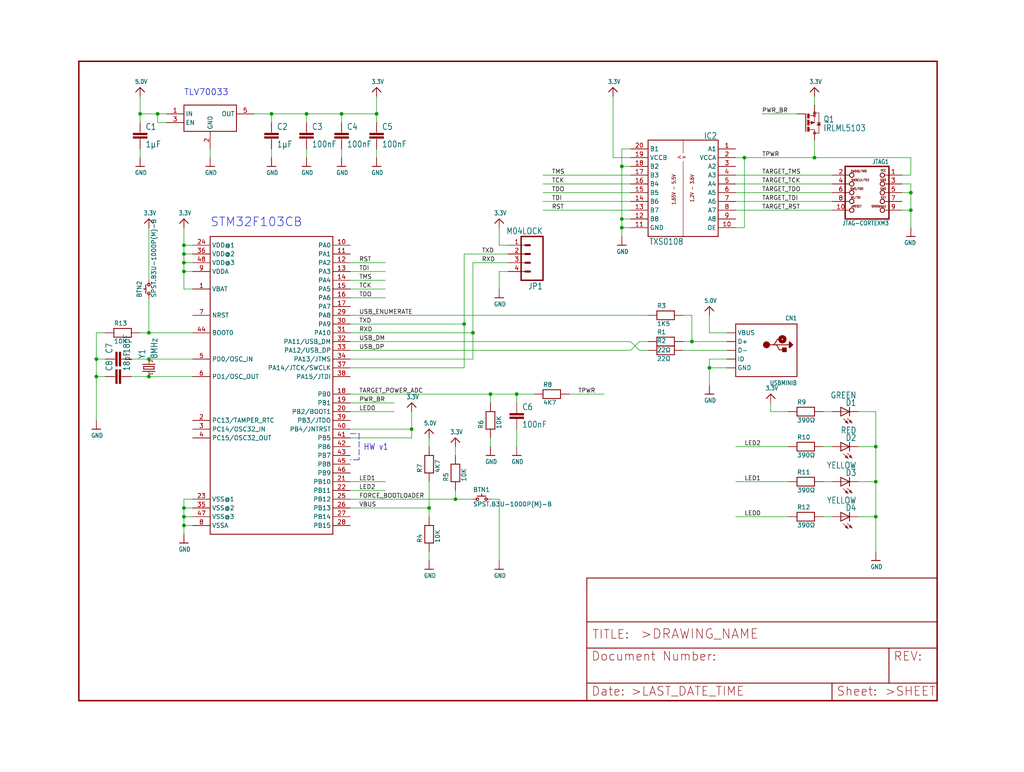
<source format=kicad_sch>
(kicad_sch (version 20211123) (generator eeschema)
  (paper "User" 297.002 223.926)
  (lib_symbols
    (symbol "blackmagic_richardeoin-eagle-import:3.3V" (power)
      (property "Value" "3.3V" (at -1.524 1.016 0))
      (symbol "3.3V_1_0"
        (pin power_in line (at 0 -2.54 90) (length 2.54) (name "3.3V") (number "1"))
      )
    )
    (symbol "blackmagic_richardeoin-eagle-import:5.0V" (power)
      (property "Value" "5.0V" (at -1.524 1.016 0))
      (symbol "5.0V_1_0"
        (pin power_in line (at 0 -2.54 90) (length 2.54) (name "5.0V") (number "1"))
      )
    )
    (symbol "blackmagic_richardeoin-eagle-import:BSS84"
      (property "Reference" "Q" (at 2.54 0 0))
      (property "Value" "BSS84" (at 2.54 -2.54 0))
      (symbol "BSS84_1_0"
        (pin passive line (at -5.08 2.54 0) (length 2.54) (name "G") (number "1"))
        (pin passive line (at 0 5.08 270) (length 2.54) (name "S") (number "2"))
        (pin passive line (at 0 -5.08 90) (length 2.54) (name "D") (number "3"))
      )
    )
    (symbol "blackmagic_richardeoin-eagle-import:C-EUC0603K"
      (property "Reference" "C" (at 1.524 0.381 0))
      (property "Value" "C-EUC0603K" (at 1.524 -4.699 0))
      (symbol "C-EUC0603K_1_0"
        (pin passive line (at 0 2.54 270) (length 2.54) (name "1") (number "1"))
        (pin passive line (at 0 -5.08 90) (length 2.54) (name "2") (number "2"))
      )
    )
    (symbol "blackmagic_richardeoin-eagle-import:CRYSTAL5X3"
      (property "Reference" "Y" (at 2.54 1.016 0))
      (property "Value" "CRYSTAL5X3" (at 2.54 -2.54 0))
      (symbol "CRYSTAL5X3_1_0"
        (text "1" (at -2.159 -1.143 0) (effects (font (size 0.8636 0.734)) (justify left bottom)))
        (text "2" (at 1.524 -1.143 0) (effects (font (size 0.8636 0.734)) (justify left bottom)))
        (pin passive line (at -2.54 0 0) (length 0) (name "1") (number "1"))
        (pin passive line (at 2.54 0 180) (length 0) (name "2") (number "3"))
      )
    )
    (symbol "blackmagic_richardeoin-eagle-import:FRAME-LETTER"
      (symbol "FRAME-LETTER_2_0"
        (text ">DRAWING_NAME" (at 15.494 17.78 0) (effects (font (size 2.7432 2.7432)) (justify left bottom)))
        (text ">LAST_DATE_TIME" (at 12.7 1.27 0) (effects (font (size 2.54 2.54)) (justify left bottom)))
        (text ">SHEET" (at 86.36 1.27 0) (effects (font (size 2.54 2.54)) (justify left bottom)))
        (text "Date:" (at 1.27 1.27 0) (effects (font (size 2.54 2.54)) (justify left bottom)))
        (text "Document Number:" (at 1.27 11.43 0) (effects (font (size 2.54 2.54)) (justify left bottom)))
        (text "REV:" (at 88.9 11.43 0) (effects (font (size 2.54 2.54)) (justify left bottom)))
        (text "Sheet:" (at 72.39 1.27 0) (effects (font (size 2.54 2.54)) (justify left bottom)))
        (text "TITLE:" (at 1.524 17.78 0) (effects (font (size 2.54 2.54)) (justify left bottom)))
      )
    )
    (symbol "blackmagic_richardeoin-eagle-import:GND" (power)
      (property "Value" "GND" (at -1.524 -2.54 0))
      (symbol "GND_1_0"
        (pin power_in line (at 0 2.54 270) (length 2.54) (name "GND") (number "1"))
      )
    )
    (symbol "blackmagic_richardeoin-eagle-import:JTAG-CORTEXM3"
      (property "Reference" "JTAG" (at -6.35 13.335 0))
      (property "Value" "JTAG-CORTEXM3" (at -6.35 -4.445 0))
      (symbol "JTAG-CORTEXM3_1_0"
        (text "GND" (at -5.588 5.842 0) (effects (font (size 0.635 0.5397)) (justify left bottom)))
        (text "GND" (at -5.588 8.382 0) (effects (font (size 0.635 0.5397)) (justify left bottom)))
        (text "GNDDetect" (at -5.588 0.762 0) (effects (font (size 0.635 0.5397)) (justify left bottom)))
        (text "KEY" (at -5.588 3.302 0) (effects (font (size 0.635 0.5397)) (justify left bottom)))
        (text "NC/TDI" (at 1.778 3.302 0) (effects (font (size 0.635 0.5397)) (justify left bottom)))
        (text "nRESET" (at 1.524 0.762 0) (effects (font (size 0.635 0.5397)) (justify left bottom)))
        (text "SWDCLK/TCK" (at -0.762 8.382 0) (effects (font (size 0.635 0.5397)) (justify left bottom)))
        (text "SWDIO/TMS" (at 0 10.922 0) (effects (font (size 0.635 0.5397)) (justify left bottom)))
        (text "SWO/TDO" (at 1.016 5.842 0) (effects (font (size 0.635 0.5397)) (justify left bottom)))
        (text "VCC" (at -5.588 11.176 0) (effects (font (size 0.635 0.5397)) (justify left bottom)))
        (pin passive line (at -10.16 10.16 0) (length 5.08) (name "1") (number "1"))
        (pin passive line (at 10.16 0 180) (length 5.08) (name "10") (number "10"))
        (pin passive line (at 10.16 10.16 180) (length 5.08) (name "2") (number "2"))
        (pin passive line (at -10.16 7.62 0) (length 5.08) (name "3") (number "3"))
        (pin passive line (at 10.16 7.62 180) (length 5.08) (name "4") (number "4"))
        (pin passive line (at -10.16 5.08 0) (length 5.08) (name "5") (number "5"))
        (pin passive line (at 10.16 5.08 180) (length 5.08) (name "6") (number "6"))
        (pin passive line (at -10.16 2.54 0) (length 5.08) (name "7") (number "7"))
        (pin passive line (at 10.16 2.54 180) (length 5.08) (name "8") (number "8"))
        (pin passive line (at -10.16 0 0) (length 5.08) (name "9") (number "9"))
      )
    )
    (symbol "blackmagic_richardeoin-eagle-import:LEDCHIPLED_0603"
      (property "Reference" "LED" (at 3.556 -4.572 90))
      (property "Value" "LEDCHIPLED_0603" (at 5.715 -4.572 90))
      (symbol "LEDCHIPLED_0603_1_0"
        (pin passive line (at 0 2.54 270) (length 2.54) (name "A") (number "A"))
        (pin passive line (at 0 -5.08 90) (length 2.54) (name "C") (number "C"))
      )
    )
    (symbol "blackmagic_richardeoin-eagle-import:M04LOCK"
      (property "Reference" "JP" (at -5.08 8.382 0))
      (property "Value" "M04LOCK" (at -5.08 -7.62 0))
      (symbol "M04LOCK_1_0"
        (pin passive line (at 5.08 -2.54 180) (length 5.08) (name "1") (number "1"))
        (pin passive line (at 5.08 0 180) (length 5.08) (name "2") (number "2"))
        (pin passive line (at 5.08 2.54 180) (length 5.08) (name "3") (number "3"))
        (pin passive line (at 5.08 5.08 180) (length 5.08) (name "4") (number "4"))
      )
    )
    (symbol "blackmagic_richardeoin-eagle-import:RESISTOR0603MINI"
      (property "Reference" "R" (at -2.54 2.032 0))
      (property "Value" "RESISTOR0603MINI" (at -2.54 -3.175 0))
      (symbol "RESISTOR0603MINI_1_0"
        (pin passive line (at -5.08 0 0) (length 2.54) (name "1") (number "1"))
        (pin passive line (at 5.08 0 180) (length 2.54) (name "2") (number "2"))
      )
    )
    (symbol "blackmagic_richardeoin-eagle-import:SPST.B3U-1000P(M)-B"
      (property "Reference" "BTN" (at -2.54 2.032 0))
      (property "Value" "SPST.B3U-1000P(M)-B" (at -2.54 -2.159 0))
      (symbol "SPST.B3U-1000P(M)-B_1_0"
        (pin bidirectional line (at -2.54 0 0) (length 0) (name "1") (number "1"))
        (pin bidirectional line (at 2.54 0 180) (length 0) (name "2") (number "2"))
      )
    )
    (symbol "blackmagic_richardeoin-eagle-import:STM32F_48PIN"
      (symbol "STM32F_48PIN_1_0"
        (pin bidirectional line (at -5.08 71.12 0) (length 5.08) (name "VBAT") (number "1"))
        (pin bidirectional line (at 40.64 83.82 180) (length 5.08) (name "PA0") (number "10"))
        (pin bidirectional line (at 40.64 81.28 180) (length 5.08) (name "PA1") (number "11"))
        (pin bidirectional line (at 40.64 78.74 180) (length 5.08) (name "PA2") (number "12"))
        (pin bidirectional line (at 40.64 76.2 180) (length 5.08) (name "PA3") (number "13"))
        (pin bidirectional line (at 40.64 73.66 180) (length 5.08) (name "PA4") (number "14"))
        (pin bidirectional line (at 40.64 71.12 180) (length 5.08) (name "PA5") (number "15"))
        (pin bidirectional line (at 40.64 68.58 180) (length 5.08) (name "PA6") (number "16"))
        (pin bidirectional line (at 40.64 66.04 180) (length 5.08) (name "PA7") (number "17"))
        (pin bidirectional line (at 40.64 40.64 180) (length 5.08) (name "PB0") (number "18"))
        (pin bidirectional line (at 40.64 38.1 180) (length 5.08) (name "PB1") (number "19"))
        (pin bidirectional line (at -5.08 33.02 0) (length 5.08) (name "PC13/TAMPER_RTC") (number "2"))
        (pin bidirectional line (at 40.64 35.56 180) (length 5.08) (name "PB2/BOOT1") (number "20"))
        (pin bidirectional line (at 40.64 15.24 180) (length 5.08) (name "PB10") (number "21"))
        (pin bidirectional line (at 40.64 12.7 180) (length 5.08) (name "PB11") (number "22"))
        (pin bidirectional line (at -5.08 10.16 0) (length 5.08) (name "VSS@1") (number "23"))
        (pin bidirectional line (at -5.08 83.82 0) (length 5.08) (name "VDD@1") (number "24"))
        (pin bidirectional line (at 40.64 10.16 180) (length 5.08) (name "PB12") (number "25"))
        (pin bidirectional line (at 40.64 7.62 180) (length 5.08) (name "PB13") (number "26"))
        (pin bidirectional line (at 40.64 5.08 180) (length 5.08) (name "PB14") (number "27"))
        (pin bidirectional line (at 40.64 2.54 180) (length 5.08) (name "PB15") (number "28"))
        (pin bidirectional line (at 40.64 63.5 180) (length 5.08) (name "PA8") (number "29"))
        (pin bidirectional line (at -5.08 30.48 0) (length 5.08) (name "PC14/OSC32_IN") (number "3"))
        (pin bidirectional line (at 40.64 60.96 180) (length 5.08) (name "PA9") (number "30"))
        (pin bidirectional line (at 40.64 58.42 180) (length 5.08) (name "PA10") (number "31"))
        (pin bidirectional line (at 40.64 55.88 180) (length 5.08) (name "PA11/USB_DM") (number "32"))
        (pin bidirectional line (at 40.64 53.34 180) (length 5.08) (name "PA12/USB_DP") (number "33"))
        (pin bidirectional line (at 40.64 50.8 180) (length 5.08) (name "PA13/JTMS") (number "34"))
        (pin bidirectional line (at -5.08 7.62 0) (length 5.08) (name "VSS@2") (number "35"))
        (pin bidirectional line (at -5.08 81.28 0) (length 5.08) (name "VDD@2") (number "36"))
        (pin bidirectional line (at 40.64 48.26 180) (length 5.08) (name "PA14/JTCK/SWCLK") (number "37"))
        (pin bidirectional line (at 40.64 45.72 180) (length 5.08) (name "PA15/JTDI") (number "38"))
        (pin bidirectional line (at 40.64 33.02 180) (length 5.08) (name "PB3/JTDO") (number "39"))
        (pin bidirectional line (at -5.08 27.94 0) (length 5.08) (name "PC15/OSC32_OUT") (number "4"))
        (pin bidirectional line (at 40.64 30.48 180) (length 5.08) (name "PB4/JNTRST") (number "40"))
        (pin bidirectional line (at 40.64 27.94 180) (length 5.08) (name "PB5") (number "41"))
        (pin bidirectional line (at 40.64 25.4 180) (length 5.08) (name "PB6") (number "42"))
        (pin bidirectional line (at 40.64 22.86 180) (length 5.08) (name "PB7") (number "43"))
        (pin bidirectional line (at -5.08 58.42 0) (length 5.08) (name "BOOT0") (number "44"))
        (pin bidirectional line (at 40.64 20.32 180) (length 5.08) (name "PB8") (number "45"))
        (pin bidirectional line (at 40.64 17.78 180) (length 5.08) (name "PB9") (number "46"))
        (pin bidirectional line (at -5.08 5.08 0) (length 5.08) (name "VSS@3") (number "47"))
        (pin bidirectional line (at -5.08 78.74 0) (length 5.08) (name "VDD@3") (number "48"))
        (pin bidirectional line (at -5.08 50.8 0) (length 5.08) (name "PD0/OSC_IN") (number "5"))
        (pin bidirectional line (at -5.08 45.72 0) (length 5.08) (name "PD1/OSC_OUT") (number "6"))
        (pin bidirectional line (at -5.08 63.5 0) (length 5.08) (name "NRST") (number "7"))
        (pin bidirectional line (at -5.08 2.54 0) (length 5.08) (name "VSSA") (number "8"))
        (pin bidirectional line (at -5.08 76.2 0) (length 5.08) (name "VDDA") (number "9"))
      )
    )
    (symbol "blackmagic_richardeoin-eagle-import:TLV700DCK"
      (symbol "TLV700DCK_1_0"
        (pin bidirectional line (at -5.08 5.08 0) (length 5.08) (name "IN") (number "1"))
        (pin bidirectional line (at 7.62 -5.08 90) (length 5.08) (name "GND") (number "2"))
        (pin bidirectional line (at -5.08 2.54 0) (length 5.08) (name "EN") (number "3"))
        (pin bidirectional line (at 20.32 5.08 180) (length 5.08) (name "OUT") (number "5"))
      )
    )
    (symbol "blackmagic_richardeoin-eagle-import:TX0108PWR"
      (property "Reference" "IC" (at -9.906 12.954 0))
      (property "Value" "TX0108PWR" (at 9.906 -15.748 0))
      (symbol "TX0108PWR_1_0"
        (text "1.2V - 3.6V" (at -2.032 -5.334 900) (effects (font (size 1.016 0.8636)) (justify left bottom)))
        (text "1.65V - 5.5V" (at 3.302 -6.096 900) (effects (font (size 1.016 0.8636)) (justify left bottom)))
        (text "<=" (at -1.016 7.112 0) (effects (font (size 1.27 1.0795)) (justify left bottom)))
        (pin bidirectional line (at -15.24 10.16 0) (length 5.08) (name "A1") (number "1"))
        (pin input line (at -15.24 -12.7 0) (length 5.08) (name "OE") (number "10"))
        (pin passive line (at 15.24 -12.7 180) (length 5.08) (name "GND") (number "11"))
        (pin bidirectional line (at 15.24 -10.16 180) (length 5.08) (name "B8") (number "12"))
        (pin bidirectional line (at 15.24 -7.62 180) (length 5.08) (name "B7") (number "13"))
        (pin bidirectional line (at 15.24 -5.08 180) (length 5.08) (name "B6") (number "14"))
        (pin bidirectional line (at 15.24 -2.54 180) (length 5.08) (name "B5") (number "15"))
        (pin bidirectional line (at 15.24 0 180) (length 5.08) (name "B4") (number "16"))
        (pin bidirectional line (at 15.24 2.54 180) (length 5.08) (name "B3") (number "17"))
        (pin bidirectional line (at 15.24 5.08 180) (length 5.08) (name "B2") (number "18"))
        (pin passive line (at 15.24 7.62 180) (length 5.08) (name "VCCB") (number "19"))
        (pin passive line (at -15.24 7.62 0) (length 5.08) (name "VCCA") (number "2"))
        (pin bidirectional line (at 15.24 10.16 180) (length 5.08) (name "B1") (number "20"))
        (pin bidirectional line (at -15.24 5.08 0) (length 5.08) (name "A2") (number "3"))
        (pin bidirectional line (at -15.24 2.54 0) (length 5.08) (name "A3") (number "4"))
        (pin bidirectional line (at -15.24 0 0) (length 5.08) (name "A4") (number "5"))
        (pin bidirectional line (at -15.24 -2.54 0) (length 5.08) (name "A5") (number "6"))
        (pin bidirectional line (at -15.24 -5.08 0) (length 5.08) (name "A6") (number "7"))
        (pin bidirectional line (at -15.24 -7.62 0) (length 5.08) (name "A7") (number "8"))
        (pin bidirectional line (at -15.24 -10.16 0) (length 5.08) (name "A8") (number "9"))
      )
    )
    (symbol "blackmagic_richardeoin-eagle-import:USBMINIB"
      (property "Reference" "CN" (at -10.16 8.636 0))
      (property "Value" "USBMINIB" (at -10.16 -10.16 0))
      (symbol "USBMINIB_1_0"
        (pin bidirectional line (at 10.16 2.54 180) (length 2.54) (name "D+") (number "D+"))
        (pin bidirectional line (at 10.16 0 180) (length 2.54) (name "D-") (number "D-"))
        (pin power_in line (at 10.16 -5.08 180) (length 2.54) (name "GND") (number "GND"))
        (pin bidirectional line (at 10.16 -2.54 180) (length 2.54) (name "ID") (number "ID"))
        (pin power_in line (at 10.16 5.08 180) (length 2.54) (name "VBUS") (number "VBUS"))
      )
    )
  )
  (junction (at 40.64 33.02))
  (junction (at 180.34 63.5))
  (junction (at 264.16 55.88))
  (junction (at 200.66 99.06))
  (junction (at 254 149.86))
  (junction (at 134.62 93.98))
  (junction (at 99.06 33.02))
  (junction (at 254 129.54))
  (junction (at 53.34 149.86))
  (junction (at 78.74 33.02))
  (junction (at 43.18 109.22))
  (junction (at 254 139.7))
  (junction (at 180.34 66.04))
  (junction (at 53.34 76.2))
  (junction (at 109.22 33.02))
  (junction (at 236.22 45.72))
  (junction (at 137.16 96.52))
  (junction (at 215.9 45.72))
  (junction (at 53.34 147.32))
  (junction (at 53.34 152.4))
  (junction (at 142.24 114.3))
  (junction (at 119.38 124.46))
  (junction (at 264.16 60.96))
  (junction (at 43.18 96.52))
  (junction (at 124.46 147.32))
  (junction (at 53.34 73.66))
  (junction (at 27.94 104.14))
  (junction (at 53.34 71.12))
  (junction (at 53.34 78.74))
  (junction (at 149.86 114.3))
  (junction (at 27.94 109.22))
  (junction (at 88.9 33.02))
  (junction (at 180.34 48.26))
  (junction (at 132.08 144.78))
  (junction (at 43.18 104.14))
  (junction (at 45.72 33.02))
  (junction (at 205.74 106.68))
  (wire (pts (xy 264.16 50.8) (xy 261.62 50.8)))
  (wire (pts (xy 200.66 99.06) (xy 198.12 99.06)))
  (wire (pts (xy 210.82 104.14) (xy 205.74 104.14)))
  (wire (pts (xy 142.24 144.78) (xy 144.78 144.78)))
  (wire (pts (xy 254 149.86) (xy 254 139.7)))
  (wire (pts (xy 132.08 144.78) (xy 137.16 144.78)))
  (wire (pts (xy 55.88 83.82) (xy 53.34 83.82)))
  (wire (pts (xy 182.88 50.8) (xy 157.48 50.8)))
  (wire (pts (xy 254 139.7) (xy 254 129.54)))
  (wire (pts (xy 241.3 149.86) (xy 238.76 149.86)))
  (wire (pts (xy 264.16 53.34) (xy 264.16 55.88)))
  (wire (pts (xy 182.88 63.5) (xy 180.34 63.5)))
  (polyline (pts (xy 101.6 125.73) (xy 104.14 125.73)))
  (wire (pts (xy 55.88 71.12) (xy 53.34 71.12)))
  (wire (pts (xy 40.64 33.02) (xy 40.64 35.56)))
  (wire (pts (xy 205.74 106.68) (xy 205.74 111.76)))
  (wire (pts (xy 43.18 86.36) (xy 43.18 96.52)))
  (wire (pts (xy 60.96 45.72) (xy 60.96 43.18)))
  (wire (pts (xy 109.22 33.02) (xy 109.22 35.56)))
  (wire (pts (xy 53.34 73.66) (xy 53.34 71.12)))
  (wire (pts (xy 264.16 55.88) (xy 261.62 55.88)))
  (wire (pts (xy 101.6 101.6) (xy 182.88 101.6)))
  (wire (pts (xy 99.06 33.02) (xy 109.22 33.02)))
  (wire (pts (xy 213.36 58.42) (xy 241.3 58.42)))
  (wire (pts (xy 147.32 76.2) (xy 137.16 76.2)))
  (wire (pts (xy 264.16 60.96) (xy 264.16 66.04)))
  (wire (pts (xy 142.24 114.3) (xy 149.86 114.3)))
  (wire (pts (xy 134.62 73.66) (xy 134.62 93.98)))
  (wire (pts (xy 99.06 33.02) (xy 99.06 35.56)))
  (wire (pts (xy 182.88 58.42) (xy 157.48 58.42)))
  (wire (pts (xy 124.46 139.7) (xy 124.46 147.32)))
  (wire (pts (xy 228.6 119.38) (xy 223.52 119.38)))
  (wire (pts (xy 88.9 45.72) (xy 88.9 43.18)))
  (wire (pts (xy 180.34 43.18) (xy 180.34 48.26)))
  (wire (pts (xy 149.86 129.54) (xy 149.86 124.46)))
  (wire (pts (xy 205.74 104.14) (xy 205.74 106.68)))
  (wire (pts (xy 228.6 139.7) (xy 213.36 139.7)))
  (wire (pts (xy 88.9 33.02) (xy 99.06 33.02)))
  (wire (pts (xy 264.16 45.72) (xy 264.16 50.8)))
  (wire (pts (xy 213.36 60.96) (xy 241.3 60.96)))
  (wire (pts (xy 228.6 149.86) (xy 213.36 149.86)))
  (wire (pts (xy 144.78 144.78) (xy 144.78 162.56)))
  (wire (pts (xy 53.34 147.32) (xy 53.34 149.86)))
  (wire (pts (xy 101.6 142.24) (xy 111.76 142.24)))
  (wire (pts (xy 210.82 99.06) (xy 200.66 99.06)))
  (wire (pts (xy 134.62 93.98) (xy 134.62 106.68)))
  (wire (pts (xy 27.94 109.22) (xy 30.48 109.22)))
  (wire (pts (xy 124.46 160.02) (xy 124.46 162.56)))
  (wire (pts (xy 27.94 121.92) (xy 27.94 109.22)))
  (wire (pts (xy 109.22 33.02) (xy 109.22 27.94)))
  (wire (pts (xy 261.62 60.96) (xy 264.16 60.96)))
  (wire (pts (xy 185.42 101.6) (xy 187.96 101.6)))
  (wire (pts (xy 45.72 35.56) (xy 48.26 35.56)))
  (wire (pts (xy 55.88 152.4) (xy 53.34 152.4)))
  (wire (pts (xy 101.6 81.28) (xy 111.76 81.28)))
  (wire (pts (xy 53.34 76.2) (xy 53.34 73.66)))
  (wire (pts (xy 213.36 53.34) (xy 241.3 53.34)))
  (wire (pts (xy 101.6 104.14) (xy 137.16 104.14)))
  (wire (pts (xy 132.08 132.08) (xy 132.08 129.54)))
  (wire (pts (xy 177.8 45.72) (xy 177.8 27.94)))
  (wire (pts (xy 205.74 96.52) (xy 205.74 91.44)))
  (wire (pts (xy 254 119.38) (xy 254 129.54)))
  (wire (pts (xy 101.6 99.06) (xy 182.88 99.06)))
  (wire (pts (xy 55.88 147.32) (xy 53.34 147.32)))
  (wire (pts (xy 185.42 99.06) (xy 182.88 101.6)))
  (wire (pts (xy 144.78 78.74) (xy 144.78 83.82)))
  (wire (pts (xy 124.46 147.32) (xy 124.46 149.86)))
  (wire (pts (xy 30.48 96.52) (xy 27.94 96.52)))
  (wire (pts (xy 101.6 96.52) (xy 137.16 96.52)))
  (wire (pts (xy 55.88 73.66) (xy 53.34 73.66)))
  (wire (pts (xy 55.88 149.86) (xy 53.34 149.86)))
  (wire (pts (xy 200.66 91.44) (xy 200.66 99.06)))
  (wire (pts (xy 264.16 60.96) (xy 264.16 55.88)))
  (wire (pts (xy 55.88 104.14) (xy 43.18 104.14)))
  (wire (pts (xy 132.08 142.24) (xy 132.08 144.78)))
  (wire (pts (xy 119.38 127) (xy 119.38 124.46)))
  (wire (pts (xy 101.6 144.78) (xy 132.08 144.78)))
  (wire (pts (xy 213.36 45.72) (xy 215.9 45.72)))
  (wire (pts (xy 53.34 149.86) (xy 53.34 152.4)))
  (wire (pts (xy 182.88 55.88) (xy 157.48 55.88)))
  (wire (pts (xy 248.92 119.38) (xy 254 119.38)))
  (wire (pts (xy 180.34 48.26) (xy 180.34 63.5)))
  (wire (pts (xy 99.06 45.72) (xy 99.06 43.18)))
  (wire (pts (xy 236.22 45.72) (xy 264.16 45.72)))
  (wire (pts (xy 101.6 139.7) (xy 111.76 139.7)))
  (wire (pts (xy 241.3 119.38) (xy 238.76 119.38)))
  (wire (pts (xy 101.6 86.36) (xy 111.76 86.36)))
  (wire (pts (xy 48.26 33.02) (xy 45.72 33.02)))
  (wire (pts (xy 43.18 96.52) (xy 55.88 96.52)))
  (wire (pts (xy 182.88 60.96) (xy 157.48 60.96)))
  (wire (pts (xy 40.64 27.94) (xy 40.64 33.02)))
  (wire (pts (xy 53.34 78.74) (xy 53.34 76.2)))
  (wire (pts (xy 198.12 91.44) (xy 200.66 91.44)))
  (wire (pts (xy 236.22 27.94) (xy 236.22 30.48)))
  (wire (pts (xy 210.82 106.68) (xy 205.74 106.68)))
  (wire (pts (xy 241.3 139.7) (xy 238.76 139.7)))
  (wire (pts (xy 147.32 71.12) (xy 144.78 71.12)))
  (wire (pts (xy 182.88 99.06) (xy 185.42 101.6)))
  (wire (pts (xy 137.16 76.2) (xy 137.16 96.52)))
  (wire (pts (xy 101.6 78.74) (xy 111.76 78.74)))
  (wire (pts (xy 119.38 124.46) (xy 101.6 124.46)))
  (wire (pts (xy 241.3 129.54) (xy 238.76 129.54)))
  (wire (pts (xy 27.94 96.52) (xy 27.94 104.14)))
  (wire (pts (xy 142.24 129.54) (xy 142.24 127)))
  (wire (pts (xy 53.34 144.78) (xy 53.34 147.32)))
  (wire (pts (xy 185.42 99.06) (xy 187.96 99.06)))
  (wire (pts (xy 101.6 147.32) (xy 124.46 147.32)))
  (wire (pts (xy 73.66 33.02) (xy 78.74 33.02)))
  (wire (pts (xy 45.72 35.56) (xy 45.72 33.02)))
  (wire (pts (xy 147.32 73.66) (xy 134.62 73.66)))
  (wire (pts (xy 101.6 106.68) (xy 134.62 106.68)))
  (wire (pts (xy 101.6 76.2) (xy 111.76 76.2)))
  (wire (pts (xy 149.86 116.84) (xy 149.86 114.3)))
  (wire (pts (xy 119.38 119.38) (xy 119.38 124.46)))
  (wire (pts (xy 213.36 55.88) (xy 241.3 55.88)))
  (wire (pts (xy 254 129.54) (xy 248.92 129.54)))
  (wire (pts (xy 40.64 96.52) (xy 43.18 96.52)))
  (wire (pts (xy 187.96 91.44) (xy 101.6 91.44)))
  (wire (pts (xy 101.6 83.82) (xy 111.76 83.82)))
  (wire (pts (xy 223.52 119.38) (xy 223.52 116.84)))
  (wire (pts (xy 88.9 33.02) (xy 88.9 35.56)))
  (wire (pts (xy 149.86 114.3) (xy 154.94 114.3)))
  (wire (pts (xy 53.34 83.82) (xy 53.34 78.74)))
  (wire (pts (xy 124.46 127) (xy 124.46 129.54)))
  (wire (pts (xy 182.88 53.34) (xy 157.48 53.34)))
  (wire (pts (xy 261.62 53.34) (xy 264.16 53.34)))
  (wire (pts (xy 55.88 78.74) (xy 53.34 78.74)))
  (wire (pts (xy 165.1 114.3) (xy 175.26 114.3)))
  (wire (pts (xy 55.88 144.78) (xy 53.34 144.78)))
  (wire (pts (xy 236.22 45.72) (xy 236.22 40.64)))
  (wire (pts (xy 101.6 116.84) (xy 114.3 116.84)))
  (wire (pts (xy 248.92 139.7) (xy 254 139.7)))
  (wire (pts (xy 109.22 45.72) (xy 109.22 43.18)))
  (wire (pts (xy 43.18 109.22) (xy 55.88 109.22)))
  (wire (pts (xy 137.16 96.52) (xy 137.16 104.14)))
  (wire (pts (xy 215.9 45.72) (xy 236.22 45.72)))
  (wire (pts (xy 78.74 33.02) (xy 78.74 35.56)))
  (wire (pts (xy 27.94 109.22) (xy 27.94 104.14)))
  (wire (pts (xy 40.64 43.18) (xy 40.64 45.72)))
  (wire (pts (xy 180.34 66.04) (xy 180.34 68.58)))
  (wire (pts (xy 248.92 149.86) (xy 254 149.86)))
  (wire (pts (xy 101.6 119.38) (xy 114.3 119.38)))
  (wire (pts (xy 78.74 45.72) (xy 78.74 43.18)))
  (wire (pts (xy 78.74 33.02) (xy 88.9 33.02)))
  (wire (pts (xy 210.82 96.52) (xy 205.74 96.52)))
  (wire (pts (xy 53.34 152.4) (xy 53.34 154.94)))
  (wire (pts (xy 147.32 78.74) (xy 144.78 78.74)))
  (wire (pts (xy 45.72 33.02) (xy 40.64 33.02)))
  (wire (pts (xy 27.94 104.14) (xy 30.48 104.14)))
  (wire (pts (xy 228.6 129.54) (xy 213.36 129.54)))
  (wire (pts (xy 144.78 71.12) (xy 144.78 66.04)))
  (wire (pts (xy 215.9 66.04) (xy 215.9 45.72)))
  (wire (pts (xy 101.6 114.3) (xy 142.24 114.3)))
  (wire (pts (xy 55.88 76.2) (xy 53.34 76.2)))
  (polyline (pts (xy 104.14 125.73) (xy 104.14 133.35)))
  (wire (pts (xy 231.14 33.02) (xy 220.98 33.02)))
  (wire (pts (xy 182.88 45.72) (xy 177.8 45.72)))
  (wire (pts (xy 254 149.86) (xy 254 160.02)))
  (wire (pts (xy 213.36 66.04) (xy 215.9 66.04)))
  (wire (pts (xy 182.88 48.26) (xy 180.34 48.26)))
  (wire (pts (xy 182.88 66.04) (xy 180.34 66.04)))
  (wire (pts (xy 180.34 63.5) (xy 180.34 66.04)))
  (wire (pts (xy 210.82 101.6) (xy 198.12 101.6)))
  (wire (pts (xy 213.36 50.8) (xy 241.3 50.8)))
  (wire (pts (xy 43.18 66.04) (xy 43.18 81.28)))
  (wire (pts (xy 43.18 104.14) (xy 38.1 104.14)))
  (wire (pts (xy 101.6 93.98) (xy 134.62 93.98)))
  (polyline (pts (xy 104.14 133.35) (xy 101.6 133.35)))
  (wire (pts (xy 53.34 71.12) (xy 53.34 66.04)))
  (wire (pts (xy 142.24 116.84) (xy 142.24 114.3)))
  (wire (pts (xy 182.88 43.18) (xy 180.34 43.18)))
  (wire (pts (xy 101.6 127) (xy 119.38 127)))
  (wire (pts (xy 38.1 109.22) (xy 43.18 109.22)))
  (text "TLV70033" (at 53.34 27.94 180) (effects (font (size 1.778 1.778)) (justify left bottom)))
  (text "HW v1" (at 105.41 130.81 180) (effects (font (size 1.778 1.5113)) (justify left bottom)))
  (text "STM32F103CB" (at 60.96 66.04 180) (effects (font (size 2.54 2.54)) (justify left bottom)))
  (label "RST" (at 160.02 60.96 0) (effects (font (size 1.2446 1.2446))))
  (label "LED2" (at 104.14 142.24 0) (effects (font (size 1.2446 1.2446))))
  (label "USB_ENUMERATE" (at 104.14 91.44 0) (effects (font (size 1.2446 1.2446))))
  (label "FORCE_BOOTLOADER" (at 104.14 144.78 0) (effects (font (size 1.2446 1.2446))))
  (label "TXD" (at 104.14 93.98 0) (effects (font (size 1.2446 1.2446))))
  (label "TCK" (at 104.14 83.82 0) (effects (font (size 1.2446 1.2446))))
  (label "RST" (at 104.14 76.2 0) (effects (font (size 1.2446 1.2446))))
  (label "PWR_BR" (at 104.14 116.84 0) (effects (font (size 1.2446 1.2446))))
  (label "TPWR" (at 167.64 114.3 0) (effects (font (size 1.2446 1.2446))))
  (label "TARGET_POWER_ADC" (at 104.14 114.3 0) (effects (font (size 1.2446 1.2446))))
  (label "TXD" (at 139.7 73.66 0) (effects (font (size 1.2446 1.2446))))
  (label "RXD" (at 139.7 76.2 0) (effects (font (size 1.2446 1.2446))))
  (label "TARGET_TDI" (at 220.98 58.42 0) (effects (font (size 1.2446 1.2446))))
  (label "LED1" (at 104.14 139.7 0) (effects (font (size 1.2446 1.2446))))
  (label "TDI" (at 160.02 58.42 0) (effects (font (size 1.2446 1.2446))))
  (label "TDO" (at 104.14 86.36 0) (effects (font (size 1.2446 1.2446))))
  (label "TDI" (at 104.14 78.74 0) (effects (font (size 1.2446 1.2446))))
  (label "TARGET_TDO" (at 220.98 55.88 0) (effects (font (size 1.2446 1.2446))))
  (label "TMS" (at 160.02 50.8 0) (effects (font (size 1.2446 1.2446))))
  (label "PWR_BR" (at 220.98 33.02 0) (effects (font (size 1.2446 1.2446))))
  (label "TMS" (at 104.14 81.28 0) (effects (font (size 1.2446 1.2446))))
  (label "TCK" (at 160.02 53.34 0) (effects (font (size 1.2446 1.2446))))
  (label "LED0" (at 215.9 149.86 0) (effects (font (size 1.2446 1.2446))))
  (label "USB_DM" (at 104.14 99.06 0) (effects (font (size 1.2446 1.2446))))
  (label "LED0" (at 104.14 119.38 0) (effects (font (size 1.2446 1.2446))))
  (label "LED1" (at 215.9 139.7 0) (effects (font (size 1.2446 1.2446))))
  (label "VBUS" (at 104.14 147.32 0) (effects (font (size 1.2446 1.2446))))
  (label "TARGET_TMS" (at 220.98 50.8 0) (effects (font (size 1.2446 1.2446))))
  (label "TARGET_RST" (at 220.98 60.96 0) (effects (font (size 1.2446 1.2446))))
  (label "LED2" (at 215.9 129.54 0) (effects (font (size 1.2446 1.2446))))
  (label "TDO" (at 160.02 55.88 0) (effects (font (size 1.2446 1.2446))))
  (label "RXD" (at 104.14 96.52 0) (effects (font (size 1.2446 1.2446))))
  (label "USB_DP" (at 104.14 101.6 0) (effects (font (size 1.2446 1.2446))))
  (label "TPWR" (at 220.98 45.72 0) (effects (font (size 1.2446 1.2446))))
  (label "TARGET_TCK" (at 220.98 53.34 0) (effects (font (size 1.2446 1.2446))))
  (symbol (lib_id "blackmagic_richardeoin-eagle-import:C-EUC0603K") (at 99.06 38.1 0) (unit 1)
    (property "Reference" "C4" (at 100.584 37.719 0) (effects (font (size 1.778 1.5113)) (justify left bottom)))
    (property "Value" "100nF" (at 100.584 42.799 0) (effects (font (size 1.778 1.5113)) (justify left bottom)))
    (property "Footprint" "blackmagic_richardeoin:C0603K" (effects hide))
    (property "LCSC Number Part" "C1591" (effects hide))
  )
  (symbol (lib_id "blackmagic_richardeoin-eagle-import:RESISTOR0603MINI") (at 233.68 129.54 0) (unit 1)
    (property "Reference" "R10" (at 231.14 127.508 0) (effects (justify left bottom)))
    (property "Value" "390Ω" (at 231.14 132.715 0) (effects (justify left bottom)))
    (property "Footprint" "blackmagic_richardeoin:0603-MINI" (effects hide))
    (property "LCSC Number Part" "C23151" (effects hide))
  )
  (symbol (lib_id "blackmagic_richardeoin-eagle-import:GND") (at 109.22 48.26 0) (unit 1)
    (property "Reference" "#U$28" (effects hide))
    (property "Value" "GND" (at 107.696 50.8 0) (effects (font (size 1.27 1.0795)) (justify left bottom)))
    (property "Footprint" "blackmagic_richardeoin:" (effects hide))
  )
  (symbol (lib_id "blackmagic_richardeoin-eagle-import:GND") (at 205.74 114.3 0) (unit 1)
    (property "Reference" "#U$5" (effects hide))
    (property "Value" "GND" (at 204.216 116.84 0) (effects (font (size 1.27 1.0795)) (justify left bottom)))
    (property "Footprint" "blackmagic_richardeoin:" (effects hide))
  )
  (symbol (lib_id "blackmagic_richardeoin-eagle-import:SPST.B3U-1000P(M)-B") (at 139.7 144.78 0) (unit 1)
    (property "Reference" "BTN1" (at 137.16 142.748 0) (effects (justify left bottom)))
    (property "Value" "SPST.B3U-1000P(M)-B" (at 137.16 146.939 0) (effects (justify left bottom)))
    (property "Footprint" "blackmagic_richardeoin:B3U-1000P(M)-B" (effects hide))
    (property "LCSC Number Part" "C231329" (effects hide))
  )
  (symbol (lib_id "blackmagic_richardeoin-eagle-import:3.3V") (at 53.34 63.5 0) (unit 1)
    (property "Reference" "#U$3" (effects hide))
    (property "Value" "3.3V" (at 51.816 62.484 0) (effects (font (size 1.27 1.0795)) (justify left bottom)))
    (property "Footprint" "blackmagic_richardeoin:" (effects hide))
  )
  (symbol (lib_id "blackmagic_richardeoin-eagle-import:USBMINIB") (at 220.98 101.6 0) (mirror y) (unit 1)
    (property "Reference" "CN1" (at 231.14 92.964 0) (effects (font (size 1.27 1.0795)) (justify left bottom)))
    (property "Value" "USBMINIB" (at 231.14 111.76 0) (effects (font (size 1.27 1.0795)) (justify left bottom)))
    (property "Footprint" "blackmagic_richardeoin:USB-MINIB" (effects hide))
    (property "LCSC Number Part" "C69074" (effects hide))
  )
  (symbol (lib_id "blackmagic_richardeoin-eagle-import:GND") (at 78.74 48.26 0) (unit 1)
    (property "Reference" "#U$25" (effects hide))
    (property "Value" "GND" (at 77.216 50.8 0) (effects (font (size 1.27 1.0795)) (justify left bottom)))
    (property "Footprint" "blackmagic_richardeoin:" (effects hide))
  )
  (symbol (lib_id "blackmagic_richardeoin-eagle-import:LEDCHIPLED_0603") (at 243.84 129.54 90) (unit 1)
    (property "Reference" "D2" (at 248.412 125.984 90) (effects (font (size 1.778 1.5113)) (justify left bottom)))
    (property "Value" "RED" (at 248.412 123.825 90) (effects (font (size 1.778 1.5113)) (justify left bottom)))
    (property "Footprint" "blackmagic_richardeoin:CHIPLED_0603" (effects hide))
    (property "LCSC Number Part" "C375444" (effects hide))
  )
  (symbol (lib_id "blackmagic_richardeoin-eagle-import:GND") (at 99.06 48.26 0) (unit 1)
    (property "Reference" "#U$27" (effects hide))
    (property "Value" "GND" (at 97.536 50.8 0) (effects (font (size 1.27 1.0795)) (justify left bottom)))
    (property "Footprint" "blackmagic_richardeoin:" (effects hide))
  )
  (symbol (lib_id "blackmagic_richardeoin-eagle-import:GND") (at 254 162.56 0) (unit 1)
    (property "Reference" "#U$19" (effects hide))
    (property "Value" "GND" (at 252.476 165.1 0) (effects (font (size 1.27 1.0795)) (justify left bottom)))
    (property "Footprint" "blackmagic_richardeoin:" (effects hide))
  )
  (symbol (lib_id "blackmagic_richardeoin-eagle-import:RESISTOR0603MINI") (at 233.68 119.38 0) (unit 1)
    (property "Reference" "R9" (at 231.14 117.348 0) (effects (justify left bottom)))
    (property "Value" "390Ω" (at 231.14 122.555 0) (effects (justify left bottom)))
    (property "Footprint" "blackmagic_richardeoin:0603-MINI" (effects hide))
    (property "LCSC Number Part" "C23151" (effects hide))
  )
  (symbol (lib_id "blackmagic_richardeoin-eagle-import:RESISTOR0603MINI") (at 160.02 114.3 0) (unit 1)
    (property "Reference" "R8" (at 157.48 112.268 0) (effects (justify left bottom)))
    (property "Value" "4K7" (at 157.48 117.475 0) (effects (justify left bottom)))
    (property "Footprint" "blackmagic_richardeoin:0603-MINI" (effects hide))
    (property "LCSC Number Part" "C23162" (effects hide))
  )
  (symbol (lib_id "blackmagic_richardeoin-eagle-import:C-EUC0603K") (at 33.02 104.14 90) (unit 1)
    (property "Reference" "C7" (at 32.639 102.616 0) (effects (font (size 1.778 1.5113)) (justify left bottom)))
    (property "Value" "18pF" (at 37.719 102.616 0) (effects (font (size 1.778 1.5113)) (justify left bottom)))
    (property "Footprint" "blackmagic_richardeoin:C0603K" (effects hide))
    (property "LCSC Number Part" "C1647" (effects hide))
  )
  (symbol (lib_id "blackmagic_richardeoin-eagle-import:3.3V") (at 132.08 127 0) (unit 1)
    (property "Reference" "#U$10" (effects hide))
    (property "Value" "3.3V" (at 130.556 125.984 0) (effects (font (size 1.27 1.0795)) (justify left bottom)))
    (property "Footprint" "blackmagic_richardeoin:" (effects hide))
  )
  (symbol (lib_id "blackmagic_richardeoin-eagle-import:C-EUC0603K") (at 33.02 109.22 90) (unit 1)
    (property "Reference" "C8" (at 32.639 107.696 0) (effects (font (size 1.778 1.5113)) (justify left bottom)))
    (property "Value" "18pF" (at 37.719 107.696 0) (effects (font (size 1.778 1.5113)) (justify left bottom)))
    (property "Footprint" "blackmagic_richardeoin:C0603K" (effects hide))
    (property "LCSC Number Part" "C1647" (effects hide))
  )
  (symbol (lib_id "blackmagic_richardeoin-eagle-import:SPST.B3U-1000P(M)-B") (at 43.18 83.82 90) (unit 1)
    (property "Reference" "BTN2" (at 41.148 86.36 0) (effects (justify left bottom)))
    (property "Value" "SPST.B3U-1000P(M)-B" (at 45.339 86.36 0) (effects (justify left bottom)))
    (property "Footprint" "blackmagic_richardeoin:B3U-1000P(M)-B" (effects hide))
    (property "LCSC Number Part" "C231329" (effects hide))
  )
  (symbol (lib_id "blackmagic_richardeoin-eagle-import:GND") (at 142.24 132.08 0) (unit 1)
    (property "Reference" "#U$12" (effects hide))
    (property "Value" "GND" (at 140.716 134.62 0) (effects (font (size 1.27 1.0795)) (justify left bottom)))
    (property "Footprint" "blackmagic_richardeoin:" (effects hide))
  )
  (symbol (lib_id "blackmagic_richardeoin-eagle-import:C-EUC0603K") (at 78.74 38.1 0) (unit 1)
    (property "Reference" "C2" (at 80.264 37.719 0) (effects (font (size 1.778 1.5113)) (justify left bottom)))
    (property "Value" "1µF" (at 80.264 42.799 0) (effects (font (size 1.778 1.5113)) (justify left bottom)))
    (property "Footprint" "blackmagic_richardeoin:C0603K" (effects hide))
    (property "LCSC Number Part" "C1592" (effects hide))
  )
  (symbol (lib_id "blackmagic_richardeoin-eagle-import:GND") (at 180.34 71.12 0) (unit 1)
    (property "Reference" "#U$61" (effects hide))
    (property "Value" "GND" (at 178.816 73.66 0) (effects (font (size 1.27 1.0795)) (justify left bottom)))
    (property "Footprint" "blackmagic_richardeoin:" (effects hide))
  )
  (symbol (lib_id "blackmagic_richardeoin-eagle-import:FRAME-LETTER") (at 22.86 203.2 0) (unit 1)
    (property "Reference" "#FRAME1" (effects hide))
    (property "Value" "FRAME-LETTER" (effects hide))
    (property "Footprint" "blackmagic_richardeoin:" (effects hide))
  )
  (symbol (lib_id "blackmagic_richardeoin-eagle-import:TLV700DCK") (at 53.34 38.1 0) (unit 1)
    (property "Reference" "IC3" (effects hide))
    (property "Value" "TLV70033DCK" (effects hide))
    (property "Footprint" "blackmagic_richardeoin:SC70-5L" (effects hide))
    (property "LCSC Number Part" "C47945" (effects hide))
  )
  (symbol (lib_id "blackmagic_richardeoin-eagle-import:GND") (at 144.78 165.1 0) (unit 1)
    (property "Reference" "#U$9" (effects hide))
    (property "Value" "GND" (at 143.256 167.64 0) (effects (font (size 1.27 1.0795)) (justify left bottom)))
    (property "Footprint" "blackmagic_richardeoin:" (effects hide))
  )
  (symbol (lib_id "blackmagic_richardeoin-eagle-import:LEDCHIPLED_0603") (at 243.84 139.7 90) (unit 1)
    (property "Reference" "D3" (at 248.412 136.144 90) (effects (font (size 1.778 1.5113)) (justify left bottom)))
    (property "Value" "YELLOW" (at 248.412 133.985 90) (effects (font (size 1.778 1.5113)) (justify left bottom)))
    (property "Footprint" "blackmagic_richardeoin:CHIPLED_0603" (effects hide))
    (property "LCSC Number Part" "C89811" (effects hide))
  )
  (symbol (lib_id "blackmagic_richardeoin-eagle-import:5.0V") (at 40.64 25.4 0) (unit 1)
    (property "Reference" "#U$23" (effects hide))
    (property "Value" "5.0V" (at 39.116 24.384 0) (effects (font (size 1.27 1.0795)) (justify left bottom)))
    (property "Footprint" "blackmagic_richardeoin:" (effects hide))
  )
  (symbol (lib_id "blackmagic_richardeoin-eagle-import:3.3V") (at 236.22 25.4 0) (unit 1)
    (property "Reference" "#U$15" (effects hide))
    (property "Value" "3.3V" (at 234.696 24.384 0) (effects (font (size 1.27 1.0795)) (justify left bottom)))
    (property "Footprint" "blackmagic_richardeoin:" (effects hide))
  )
  (symbol (lib_id "blackmagic_richardeoin-eagle-import:LEDCHIPLED_0603") (at 243.84 149.86 90) (unit 1)
    (property "Reference" "D4" (at 248.412 146.304 90) (effects (font (size 1.778 1.5113)) (justify left bottom)))
    (property "Value" "YELLOW" (at 248.412 144.145 90) (effects (font (size 1.778 1.5113)) (justify left bottom)))
    (property "Footprint" "blackmagic_richardeoin:CHIPLED_0603" (effects hide))
    (property "LCSC Number Part" "C89811" (effects hide))
  )
  (symbol (lib_id "blackmagic_richardeoin-eagle-import:3.3V") (at 223.52 114.3 0) (unit 1)
    (property "Reference" "#U$20" (effects hide))
    (property "Value" "3.3V" (at 221.996 113.284 0) (effects (font (size 1.27 1.0795)) (justify left bottom)))
    (property "Footprint" "blackmagic_richardeoin:" (effects hide))
  )
  (symbol (lib_id "blackmagic_richardeoin-eagle-import:GND") (at 264.16 68.58 0) (mirror y) (unit 1)
    (property "Reference" "#U$6" (effects hide))
    (property "Value" "GND" (at 265.684 71.12 0) (effects (font (size 1.27 1.0795)) (justify left bottom)))
    (property "Footprint" "blackmagic_richardeoin:" (effects hide))
  )
  (symbol (lib_id "blackmagic_richardeoin-eagle-import:GND") (at 88.9 48.26 0) (unit 1)
    (property "Reference" "#U$26" (effects hide))
    (property "Value" "GND" (at 87.376 50.8 0) (effects (font (size 1.27 1.0795)) (justify left bottom)))
    (property "Footprint" "blackmagic_richardeoin:" (effects hide))
  )
  (symbol (lib_id "blackmagic_richardeoin-eagle-import:GND") (at 53.34 157.48 0) (unit 1)
    (property "Reference" "#U$4" (effects hide))
    (property "Value" "GND" (at 51.816 160.02 0) (effects (font (size 1.27 1.0795)) (justify left bottom)))
    (property "Footprint" "blackmagic_richardeoin:" (effects hide))
  )
  (symbol (lib_id "blackmagic_richardeoin-eagle-import:C-EUC0603K") (at 149.86 119.38 0) (unit 1)
    (property "Reference" "C6" (at 151.384 118.999 0) (effects (font (size 1.778 1.5113)) (justify left bottom)))
    (property "Value" "100nF" (at 151.384 124.079 0) (effects (font (size 1.778 1.5113)) (justify left bottom)))
    (property "Footprint" "blackmagic_richardeoin:C0603K" (effects hide))
    (property "LCSC Number Part" "C1591" (effects hide))
  )
  (symbol (lib_id "blackmagic_richardeoin-eagle-import:JTAG-CORTEXM3") (at 251.46 60.96 0) (mirror y) (unit 1)
    (property "Reference" "JTAG1" (at 257.81 47.625 0) (effects (font (size 1.27 1.0795)) (justify left bottom)))
    (property "Value" "JTAG-CORTEXM3" (at 257.81 65.405 0) (effects (font (size 1.27 1.0795)) (justify left bottom)))
    (property "Footprint" "blackmagic_richardeoin:2X05_1.27MM_SMT" (effects hide))
    (property "LCSC Number Part" "C2962222" (effects hide))
  )
  (symbol (lib_id "blackmagic_richardeoin-eagle-import:GND") (at 149.86 132.08 0) (unit 1)
    (property "Reference" "#U$13" (effects hide))
    (property "Value" "GND" (at 148.336 134.62 0) (effects (font (size 1.27 1.0795)) (justify left bottom)))
    (property "Footprint" "blackmagic_richardeoin:" (effects hide))
  )
  (symbol (lib_id "blackmagic_richardeoin-eagle-import:3.3V") (at 119.38 116.84 0) (unit 1)
    (property "Reference" "#U$11" (effects hide))
    (property "Value" "3.3V" (at 117.856 115.824 0) (effects (font (size 1.27 1.0795)) (justify left bottom)))
    (property "Footprint" "blackmagic_richardeoin:" (effects hide))
  )
  (symbol (lib_id "blackmagic_richardeoin-eagle-import:RESISTOR0603MINI") (at 233.68 139.7 0) (unit 1)
    (property "Reference" "R11" (at 231.14 137.668 0) (effects (justify left bottom)))
    (property "Value" "390Ω" (at 231.14 142.875 0) (effects (justify left bottom)))
    (property "Footprint" "blackmagic_richardeoin:0603-MINI" (effects hide))
    (property "LCSC Number Part" "C23151" (effects hide))
  )
  (symbol (lib_id "blackmagic_richardeoin-eagle-import:GND") (at 27.94 124.46 0) (unit 1)
    (property "Reference" "#U$16" (effects hide))
    (property "Value" "GND" (at 26.416 127 0) (effects (font (size 1.27 1.0795)) (justify left bottom)))
    (property "Footprint" "blackmagic_richardeoin:" (effects hide))
  )
  (symbol (lib_id "blackmagic_richardeoin-eagle-import:FRAME-LETTER") (at 170.18 203.2 0) (unit 2)
    (property "Reference" "#FRAME1" (effects hide))
    (property "Value" "FRAME-LETTER" (effects hide))
    (property "Footprint" "blackmagic_richardeoin:" (effects hide))
  )
  (symbol (lib_id "blackmagic_richardeoin-eagle-import:C-EUC0603K") (at 88.9 38.1 0) (unit 1)
    (property "Reference" "C3" (at 90.424 37.719 0) (effects (font (size 1.778 1.5113)) (justify left bottom)))
    (property "Value" "100nF" (at 90.424 42.799 0) (effects (font (size 1.778 1.5113)) (justify left bottom)))
    (property "Footprint" "blackmagic_richardeoin:C0603K" (effects hide))
    (property "LCSC Number Part" "C1591" (effects hide))
  )
  (symbol (lib_id "blackmagic_richardeoin-eagle-import:RESISTOR0603MINI") (at 35.56 96.52 0) (unit 1)
    (property "Reference" "R13" (at 33.02 94.488 0) (effects (justify left bottom)))
    (property "Value" "10K" (at 33.02 99.695 0) (effects (justify left bottom)))
    (property "Footprint" "blackmagic_richardeoin:0603-MINI" (effects hide))
    (property "LCSC Number Part" "C25804" (effects hide))
  )
  (symbol (lib_id "blackmagic_richardeoin-eagle-import:RESISTOR0603MINI") (at 142.24 121.92 90) (unit 1)
    (property "Reference" "R6" (at 140.208 124.46 0) (effects (justify left bottom)))
    (property "Value" "10K" (at 145.415 124.46 0) (effects (justify left bottom)))
    (property "Footprint" "blackmagic_richardeoin:0603-MINI" (effects hide))
    (property "LCSC Number Part" "C25804" (effects hide))
  )
  (symbol (lib_id "blackmagic_richardeoin-eagle-import:RESISTOR0603MINI") (at 132.08 137.16 90) (unit 1)
    (property "Reference" "R5" (at 130.048 139.7 0) (effects (justify left bottom)))
    (property "Value" "10K" (at 135.255 139.7 0) (effects (justify left bottom)))
    (property "Footprint" "blackmagic_richardeoin:0603-MINI" (effects hide))
    (property "LCSC Number Part" "C25804" (effects hide))
  )
  (symbol (lib_id "blackmagic_richardeoin-eagle-import:3.3V") (at 177.8 25.4 0) (unit 1)
    (property "Reference" "#U$14" (effects hide))
    (property "Value" "3.3V" (at 176.276 24.384 0) (effects (font (size 1.27 1.0795)) (justify left bottom)))
    (property "Footprint" "blackmagic_richardeoin:" (effects hide))
  )
  (symbol (lib_id "blackmagic_richardeoin-eagle-import:C-EUC0603K") (at 40.64 38.1 0) (unit 1)
    (property "Reference" "C1" (at 42.164 37.719 0) (effects (font (size 1.778 1.5113)) (justify left bottom)))
    (property "Value" "1µF" (at 42.164 42.799 0) (effects (font (size 1.778 1.5113)) (justify left bottom)))
    (property "Footprint" "blackmagic_richardeoin:C0603K" (effects hide))
    (property "LCSC Number Part" "C1592" (effects hide))
  )
  (symbol (lib_id "blackmagic_richardeoin-eagle-import:3.3V") (at 144.78 63.5 0) (unit 1)
    (property "Reference" "#U$17" (effects hide))
    (property "Value" "3.3V" (at 143.256 62.484 0) (effects (font (size 1.27 1.0795)) (justify left bottom)))
    (property "Footprint" "blackmagic_richardeoin:" (effects hide))
  )
  (symbol (lib_id "blackmagic_richardeoin-eagle-import:STM32F_48PIN") (at 60.96 154.94 0) (unit 1)
    (property "Reference" "IC1" (effects hide))
    (property "Value" "STM32F_48PIN" (effects hide))
    (property "Footprint" "blackmagic_richardeoin:TQFP48" (effects hide))
    (property "LCSC Number Part" "C8304" (effects hide))
  )
  (symbol (lib_id "blackmagic_richardeoin-eagle-import:GND") (at 40.64 48.26 0) (unit 1)
    (property "Reference" "#U$24" (effects hide))
    (property "Value" "GND" (at 39.116 50.8 0) (effects (font (size 1.27 1.0795)) (justify left bottom)))
    (property "Footprint" "blackmagic_richardeoin:" (effects hide))
  )
  (symbol (lib_id "blackmagic_richardeoin-eagle-import:M04LOCK") (at 152.4 73.66 180) (unit 1) (in_bom no)
    (property "Reference" "JP1" (at 157.48 82.042 0) (effects (font (size 1.778 1.5113)) (justify left bottom)))
    (property "Value" "M04LOCK" (at 157.48 66.04 0) (effects (font (size 1.778 1.5113)) (justify left bottom)))
    (property "Footprint" "blackmagic_richardeoin:1X04_LOCK" (effects hide))
  )
  (symbol (lib_id "blackmagic_richardeoin-eagle-import:TX0108PWR") (at 198.12 53.34 0) (mirror y) (unit 1)
    (property "Reference" "IC2" (at 208.026 40.386 0) (effects (font (size 1.778 1.5113)) (justify left bottom)))
    (property "Value" "TXS0108" (at 188.214 69.088 0) (effects (font (size 1.778 1.5113)) (justify right top)))
    (property "Footprint" "blackmagic_richardeoin:TSSOP20" (effects hide))
    (property "LCSC Number Part" "C17206" (effects hide))
  )
  (symbol (lib_id "blackmagic_richardeoin-eagle-import:GND") (at 124.46 165.1 0) (unit 1)
    (property "Reference" "#U$7" (effects hide))
    (property "Value" "GND" (at 122.936 167.64 0) (effects (font (size 1.27 1.0795)) (justify left bottom)))
    (property "Footprint" "blackmagic_richardeoin:" (effects hide))
  )
  (symbol (lib_id "blackmagic_richardeoin-eagle-import:CRYSTAL5X3") (at 43.18 106.68 90) (unit 1)
    (property "Reference" "Y1" (at 42.164 104.14 0) (effects (font (size 1.778 1.5113)) (justify left bottom)))
    (property "Value" "8MHz" (at 45.72 104.14 0) (effects (font (size 1.778 1.5113)) (justify left bottom)))
    (property "Footprint" "blackmagic_richardeoin:CRYSTAL-SMD-5X3" (effects hide))
    (property "LCSC Number Part" "C133333" (effects hide))
  )
  (symbol (lib_id "blackmagic_richardeoin-eagle-import:RESISTOR0603MINI") (at 124.46 134.62 90) (unit 1)
    (property "Reference" "R7" (at 122.428 137.16 0) (effects (justify left bottom)))
    (property "Value" "4K7" (at 127.635 137.16 0) (effects (justify left bottom)))
    (property "Footprint" "blackmagic_richardeoin:0603-MINI" (effects hide))
    (property "LCSC Number Part" "C23162" (effects hide))
  )
  (symbol (lib_id "blackmagic_richardeoin-eagle-import:BSS84") (at 236.22 35.56 0) (unit 1)
    (property "Reference" "Q1" (at 238.76 35.56 0) (effects (font (size 1.778 1.5113)) (justify left bottom)))
    (property "Value" "IRLML5103" (at 238.76 38.1 0) (effects (font (size 1.778 1.5113)) (justify left bottom)))
    (property "Footprint" "blackmagic_richardeoin:SOT23" (effects hide))
    (property "LCSC Number Part" "C2591" (effects hide))
  )
  (symbol (lib_id "blackmagic_richardeoin-eagle-import:5.0V") (at 205.74 88.9 0) (unit 1)
    (property "Reference" "#U$1" (effects hide))
    (property "Value" "5.0V" (at 204.216 87.884 0) (effects (font (size 1.27 1.0795)) (justify left bottom)))
    (property "Footprint" "blackmagic_richardeoin:" (effects hide))
  )
  (symbol (lib_id "blackmagic_richardeoin-eagle-import:RESISTOR0603MINI") (at 233.68 149.86 0) (unit 1)
    (property "Reference" "R12" (at 231.14 147.828 0) (effects (justify left bottom)))
    (property "Value" "390Ω" (at 231.14 153.035 0) (effects (justify left bottom)))
    (property "Footprint" "blackmagic_richardeoin:0603-MINI" (effects hide))
    (property "LCSC Number Part" "C23151" (effects hide))
  )
  (symbol (lib_id "blackmagic_richardeoin-eagle-import:GND") (at 144.78 86.36 0) (unit 1)
    (property "Reference" "#U$18" (effects hide))
    (property "Value" "GND" (at 143.256 88.9 0) (effects (font (size 1.27 1.0795)) (justify left bottom)))
    (property "Footprint" "blackmagic_richardeoin:" (effects hide))
  )
  (symbol (lib_id "blackmagic_richardeoin-eagle-import:RESISTOR0603MINI") (at 193.04 99.06 0) (unit 1)
    (property "Reference" "R1" (at 190.5 97.028 0) (effects (justify left bottom)))
    (property "Value" "22Ω" (at 190.5 102.235 0) (effects (justify left bottom)))
    (property "Footprint" "blackmagic_richardeoin:0603-MINI" (effects hide))
    (property "LCSC Number Part" "C96423" (effects hide))
  )
  (symbol (lib_id "blackmagic_richardeoin-eagle-import:LEDCHIPLED_0603") (at 243.84 119.38 90) (unit 1)
    (property "Reference" "D1" (at 248.412 115.824 90) (effects (font (size 1.778 1.5113)) (justify left bottom)))
    (property "Value" "GREEN" (at 248.412 113.665 90) (effects (font (size 1.778 1.5113)) (justify left bottom)))
    (property "Footprint" "blackmagic_richardeoin:CHIPLED_0603" (effects hide))
    (property "LCSC Number Part" "C434420" (effects hide))
  )
  (symbol (lib_id "blackmagic_richardeoin-eagle-import:RESISTOR0603MINI") (at 193.04 91.44 0) (unit 1)
    (property "Reference" "R3" (at 190.5 89.408 0) (effects (justify left bottom)))
    (property "Value" "1K5" (at 190.5 94.615 0) (effects (justify left bottom)))
    (property "Footprint" "blackmagic_richardeoin:0603-MINI" (effects hide))
    (property "LCSC Number Part" "C22843" (effects hide))
  )
  (symbol (lib_id "blackmagic_richardeoin-eagle-import:GND") (at 60.96 48.26 0) (unit 1)
    (property "Reference" "#U$22" (effects hide))
    (property "Value" "GND" (at 59.436 50.8 0) (effects (font (size 1.27 1.0795)) (justify left bottom)))
    (property "Footprint" "blackmagic_richardeoin:" (effects hide))
  )
  (symbol (lib_id "blackmagic_richardeoin-eagle-import:3.3V") (at 43.18 63.5 0) (unit 1)
    (property "Reference" "#U$2" (effects hide))
    (property "Value" "3.3V" (at 41.656 62.484 0) (effects (font (size 1.27 1.0795)) (justify left bottom)))
    (property "Footprint" "blackmagic_richardeoin:" (effects hide))
  )
  (symbol (lib_id "blackmagic_richardeoin-eagle-import:RESISTOR0603MINI") (at 193.04 101.6 0) (unit 1)
    (property "Reference" "R2" (at 190.5 99.568 0) (effects (justify left bottom)))
    (property "Value" "22Ω" (at 190.5 104.775 0) (effects (justify left bottom)))
    (property "Footprint" "blackmagic_richardeoin:0603-MINI" (effects hide))
    (property "LCSC Number Part" "C96423" (effects hide))
  )
  (symbol (lib_id "blackmagic_richardeoin-eagle-import:RESISTOR0603MINI") (at 124.46 154.94 90) (unit 1)
    (property "Reference" "R4" (at 122.428 157.48 0) (effects (justify left bottom)))
    (property "Value" "10K" (at 127.635 157.48 0) (effects (justify left bottom)))
    (property "Footprint" "blackmagic_richardeoin:0603-MINI" (effects hide))
    (property "LCSC Number Part" "C25804" (effects hide))
  )
  (symbol (lib_id "blackmagic_richardeoin-eagle-import:C-EUC0603K") (at 109.22 38.1 0) (unit 1)
    (property "Reference" "C5" (at 110.744 37.719 0) (effects (font (size 1.778 1.5113)) (justify left bottom)))
    (property "Value" "100nF" (at 110.744 42.799 0) (effects (font (size 1.778 1.5113)) (justify left bottom)))
    (property "Footprint" "blackmagic_richardeoin:C0603K" (effects hide))
    (property "LCSC Number Part" "C1591" (effects hide))
  )
  (symbol (lib_id "blackmagic_richardeoin-eagle-import:5.0V") (at 124.46 124.46 0) (unit 1)
    (property "Reference" "#U$8" (effects hide))
    (property "Value" "5.0V" (at 122.936 123.444 0) (effects (font (size 1.27 1.0795)) (justify left bottom)))
    (property "Footprint" "blackmagic_richardeoin:" (effects hide))
  )
  (symbol (lib_id "blackmagic_richardeoin-eagle-import:3.3V") (at 109.22 25.4 0) (unit 1)
    (property "Reference" "#U$31" (effects hide))
    (property "Value" "3.3V" (at 107.696 24.384 0) (effects (font (size 1.27 1.0795)) (justify left bottom)))
    (property "Footprint" "blackmagic_richardeoin:" (effects hide))
  )
)
</source>
